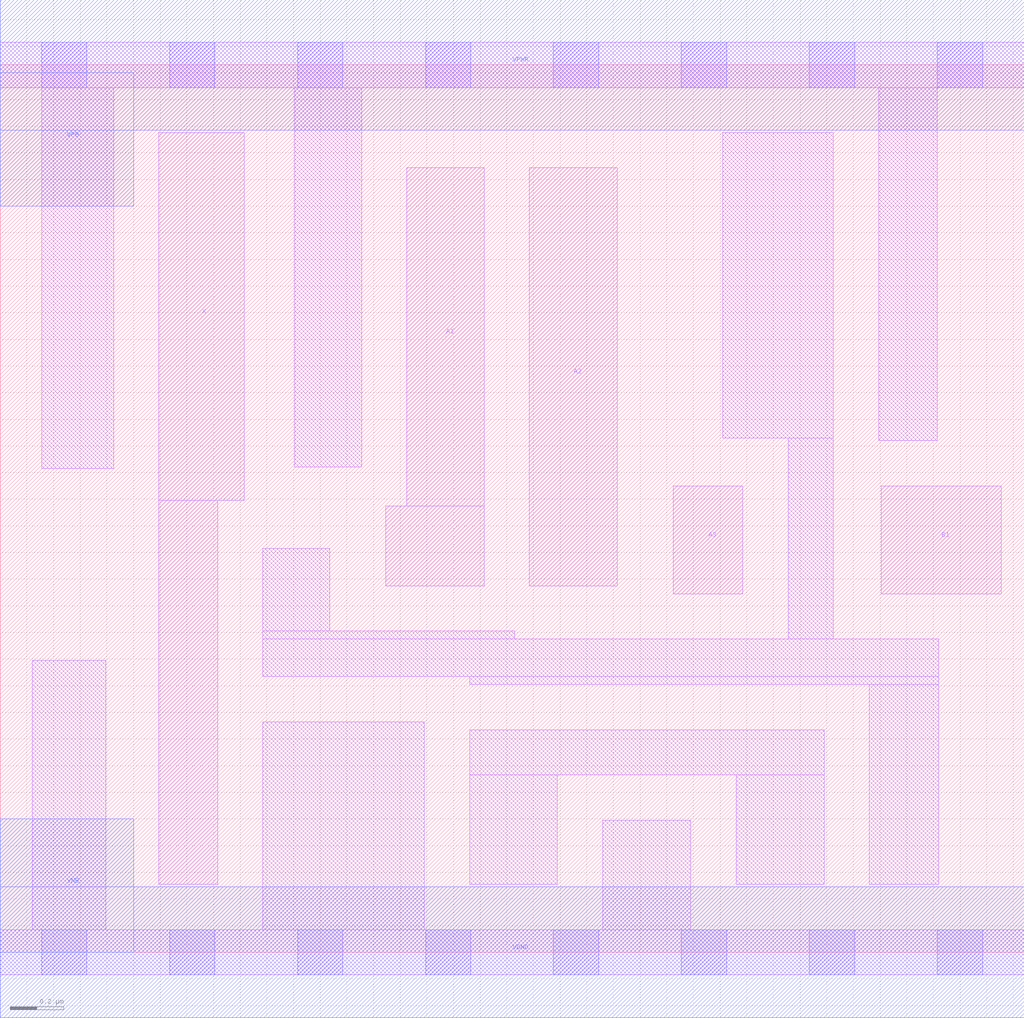
<source format=lef>
# Copyright 2020 The SkyWater PDK Authors
#
# Licensed under the Apache License, Version 2.0 (the "License");
# you may not use this file except in compliance with the License.
# You may obtain a copy of the License at
#
#     https://www.apache.org/licenses/LICENSE-2.0
#
# Unless required by applicable law or agreed to in writing, software
# distributed under the License is distributed on an "AS IS" BASIS,
# WITHOUT WARRANTIES OR CONDITIONS OF ANY KIND, either express or implied.
# See the License for the specific language governing permissions and
# limitations under the License.
#
# SPDX-License-Identifier: Apache-2.0

VERSION 5.5 ;
NAMESCASESENSITIVE ON ;
BUSBITCHARS "[]" ;
DIVIDERCHAR "/" ;
MACRO sky130_fd_sc_lp__o31a_2
  CLASS CORE ;
  SOURCE USER ;
  ORIGIN  0.000000  0.000000 ;
  SIZE  3.840000 BY  3.330000 ;
  SYMMETRY X Y R90 ;
  SITE unit ;
  PIN A1
    ANTENNAGATEAREA  0.315000 ;
    DIRECTION INPUT ;
    USE SIGNAL ;
    PORT
      LAYER li1 ;
        RECT 1.445000 1.375000 1.815000 1.675000 ;
        RECT 1.525000 1.675000 1.815000 2.945000 ;
    END
  END A1
  PIN A2
    ANTENNAGATEAREA  0.315000 ;
    DIRECTION INPUT ;
    USE SIGNAL ;
    PORT
      LAYER li1 ;
        RECT 1.985000 1.375000 2.315000 2.945000 ;
    END
  END A2
  PIN A3
    ANTENNAGATEAREA  0.315000 ;
    DIRECTION INPUT ;
    USE SIGNAL ;
    PORT
      LAYER li1 ;
        RECT 2.525000 1.345000 2.785000 1.750000 ;
    END
  END A3
  PIN B1
    ANTENNAGATEAREA  0.315000 ;
    DIRECTION INPUT ;
    USE SIGNAL ;
    PORT
      LAYER li1 ;
        RECT 3.305000 1.345000 3.755000 1.750000 ;
    END
  END B1
  PIN X
    ANTENNADIFFAREA  0.588000 ;
    DIRECTION OUTPUT ;
    USE SIGNAL ;
    PORT
      LAYER li1 ;
        RECT 0.595000 0.255000 0.815000 1.695000 ;
        RECT 0.595000 1.695000 0.915000 3.075000 ;
    END
  END X
  PIN VGND
    DIRECTION INOUT ;
    USE GROUND ;
    PORT
      LAYER met1 ;
        RECT 0.000000 -0.245000 3.840000 0.245000 ;
    END
  END VGND
  PIN VNB
    DIRECTION INOUT ;
    USE GROUND ;
    PORT
    END
  END VNB
  PIN VPB
    DIRECTION INOUT ;
    USE POWER ;
    PORT
    END
  END VPB
  PIN VNB
    DIRECTION INOUT ;
    USE GROUND ;
    PORT
      LAYER met1 ;
        RECT 0.000000 0.000000 0.500000 0.500000 ;
    END
  END VNB
  PIN VPB
    DIRECTION INOUT ;
    USE POWER ;
    PORT
      LAYER met1 ;
        RECT 0.000000 2.800000 0.500000 3.300000 ;
    END
  END VPB
  PIN VPWR
    DIRECTION INOUT ;
    USE POWER ;
    PORT
      LAYER met1 ;
        RECT 0.000000 3.085000 3.840000 3.575000 ;
    END
  END VPWR
  OBS
    LAYER li1 ;
      RECT 0.000000 -0.085000 3.840000 0.085000 ;
      RECT 0.000000  3.245000 3.840000 3.415000 ;
      RECT 0.120000  0.085000 0.395000 1.095000 ;
      RECT 0.155000  1.815000 0.425000 3.245000 ;
      RECT 0.985000  0.085000 1.590000 0.865000 ;
      RECT 0.985000  1.035000 3.520000 1.175000 ;
      RECT 0.985000  1.175000 1.930000 1.205000 ;
      RECT 0.985000  1.205000 1.235000 1.515000 ;
      RECT 1.105000  1.820000 1.355000 3.245000 ;
      RECT 1.760000  0.255000 2.090000 0.665000 ;
      RECT 1.760000  0.665000 3.090000 0.835000 ;
      RECT 1.760000  1.005000 3.520000 1.035000 ;
      RECT 2.260000  0.085000 2.590000 0.495000 ;
      RECT 2.710000  1.930000 3.125000 3.075000 ;
      RECT 2.760000  0.255000 3.090000 0.665000 ;
      RECT 2.955000  1.175000 3.125000 1.930000 ;
      RECT 3.260000  0.255000 3.520000 1.005000 ;
      RECT 3.295000  1.920000 3.515000 3.245000 ;
    LAYER mcon ;
      RECT 0.155000 -0.085000 0.325000 0.085000 ;
      RECT 0.155000  3.245000 0.325000 3.415000 ;
      RECT 0.635000 -0.085000 0.805000 0.085000 ;
      RECT 0.635000  3.245000 0.805000 3.415000 ;
      RECT 1.115000 -0.085000 1.285000 0.085000 ;
      RECT 1.115000  3.245000 1.285000 3.415000 ;
      RECT 1.595000 -0.085000 1.765000 0.085000 ;
      RECT 1.595000  3.245000 1.765000 3.415000 ;
      RECT 2.075000 -0.085000 2.245000 0.085000 ;
      RECT 2.075000  3.245000 2.245000 3.415000 ;
      RECT 2.555000 -0.085000 2.725000 0.085000 ;
      RECT 2.555000  3.245000 2.725000 3.415000 ;
      RECT 3.035000 -0.085000 3.205000 0.085000 ;
      RECT 3.035000  3.245000 3.205000 3.415000 ;
      RECT 3.515000 -0.085000 3.685000 0.085000 ;
      RECT 3.515000  3.245000 3.685000 3.415000 ;
  END
END sky130_fd_sc_lp__o31a_2
END LIBRARY

</source>
